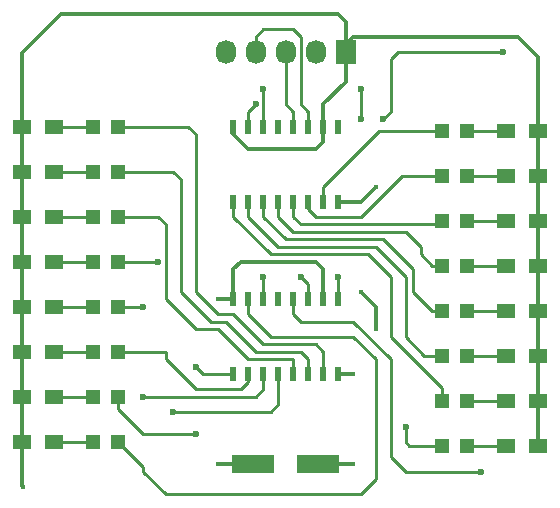
<source format=gtl>
G04 #@! TF.FileFunction,Copper,L1,Top,Signal*
%FSLAX46Y46*%
G04 Gerber Fmt 4.6, Leading zero omitted, Abs format (unit mm)*
G04 Created by KiCad (PCBNEW 4.0.2-stable) date Monday, September 05, 2016 'PMt' 06:21:07 PM*
%MOMM*%
G01*
G04 APERTURE LIST*
%ADD10C,0.100000*%
%ADD11R,3.599180X1.600200*%
%ADD12R,1.198880X1.198880*%
%ADD13R,1.727200X2.032000*%
%ADD14O,1.727200X2.032000*%
%ADD15R,1.500000X1.300000*%
%ADD16R,0.508000X1.143000*%
%ADD17C,0.400000*%
%ADD18C,0.600000*%
%ADD19C,0.380000*%
%ADD20C,0.250000*%
G04 APERTURE END LIST*
D10*
D11*
X133139180Y-107315000D03*
X138640820Y-107315000D03*
D12*
X119600980Y-105410000D03*
X121699020Y-105410000D03*
X119600980Y-101600000D03*
X121699020Y-101600000D03*
X119600980Y-97790000D03*
X121699020Y-97790000D03*
X119600980Y-93980000D03*
X121699020Y-93980000D03*
X119600980Y-90170000D03*
X121699020Y-90170000D03*
X119600980Y-86360000D03*
X121699020Y-86360000D03*
X119600980Y-82550000D03*
X121699020Y-82550000D03*
X119600980Y-78740000D03*
X121699020Y-78740000D03*
X151226520Y-105727500D03*
X149128480Y-105727500D03*
X151226520Y-101917500D03*
X149128480Y-101917500D03*
X151226520Y-98107500D03*
X149128480Y-98107500D03*
X151226520Y-94297500D03*
X149128480Y-94297500D03*
X151226520Y-90487500D03*
X149128480Y-90487500D03*
X151226520Y-86677500D03*
X149128480Y-86677500D03*
X151226520Y-82867500D03*
X149128480Y-82867500D03*
X151226520Y-79057500D03*
X149128480Y-79057500D03*
D13*
X140970000Y-72390000D03*
D14*
X138430000Y-72390000D03*
X135890000Y-72390000D03*
X133350000Y-72390000D03*
X130810000Y-72390000D03*
D15*
X116285000Y-105410000D03*
X113585000Y-105410000D03*
X116285000Y-101600000D03*
X113585000Y-101600000D03*
X116285000Y-97790000D03*
X113585000Y-97790000D03*
X116285000Y-93980000D03*
X113585000Y-93980000D03*
X116285000Y-90170000D03*
X113585000Y-90170000D03*
X116285000Y-86360000D03*
X113585000Y-86360000D03*
X116285000Y-82550000D03*
X113585000Y-82550000D03*
X116285000Y-78740000D03*
X113585000Y-78740000D03*
X154542500Y-105727500D03*
X157242500Y-105727500D03*
X154542500Y-101917500D03*
X157242500Y-101917500D03*
X154542500Y-98107500D03*
X157242500Y-98107500D03*
X154542500Y-94297500D03*
X157242500Y-94297500D03*
X154542500Y-90487500D03*
X157242500Y-90487500D03*
X154542500Y-86677500D03*
X157242500Y-86677500D03*
X154542500Y-82867500D03*
X157242500Y-82867500D03*
X154542500Y-79057500D03*
X157242500Y-79057500D03*
D16*
X131445000Y-93345000D03*
X133985000Y-93345000D03*
X135255000Y-93345000D03*
X136525000Y-93345000D03*
X137795000Y-93345000D03*
X139065000Y-93345000D03*
X140335000Y-93345000D03*
X140335000Y-99695000D03*
X139065000Y-99695000D03*
X137795000Y-99695000D03*
X136525000Y-99695000D03*
X135255000Y-99695000D03*
X133985000Y-99695000D03*
X132715000Y-99695000D03*
X131445000Y-99695000D03*
X132715000Y-93345000D03*
X131445000Y-78740000D03*
X133985000Y-78740000D03*
X135255000Y-78740000D03*
X136525000Y-78740000D03*
X137795000Y-78740000D03*
X139065000Y-78740000D03*
X140335000Y-78740000D03*
X140335000Y-85090000D03*
X139065000Y-85090000D03*
X137795000Y-85090000D03*
X136525000Y-85090000D03*
X135255000Y-85090000D03*
X133985000Y-85090000D03*
X132715000Y-85090000D03*
X131445000Y-85090000D03*
X132715000Y-78740000D03*
D17*
X113665000Y-109220000D03*
X130175000Y-107315000D03*
X130175000Y-93345000D03*
X143510000Y-95885000D03*
X142240000Y-92710000D03*
X143510000Y-83820000D03*
X141605000Y-107315000D03*
X141605000Y-99695000D03*
X141605000Y-85090000D03*
D18*
X128270000Y-104775000D03*
X128270000Y-99060000D03*
X123825000Y-93980000D03*
X123825000Y-101600000D03*
X125095000Y-90170000D03*
X126365000Y-102870000D03*
X146050000Y-104140000D03*
X133350000Y-76835000D03*
X152400000Y-107950000D03*
X154305000Y-72390000D03*
X144145000Y-78105000D03*
X137160000Y-91440000D03*
X133985000Y-91440000D03*
X133985000Y-75565000D03*
X142240000Y-75565000D03*
X142240000Y-78105000D03*
X140335000Y-91440000D03*
D19*
X113585000Y-109140000D02*
X113585000Y-105410000D01*
X113665000Y-109220000D02*
X113585000Y-109140000D01*
X131445000Y-93345000D02*
X130175000Y-93345000D01*
X130175000Y-107315000D02*
X133139180Y-107315000D01*
X139065000Y-93345000D02*
X139065000Y-90805000D01*
X131445000Y-90805000D02*
X131445000Y-93345000D01*
X132080000Y-90170000D02*
X131445000Y-90805000D01*
X138430000Y-90170000D02*
X132080000Y-90170000D01*
X139065000Y-90805000D02*
X138430000Y-90170000D01*
X139065000Y-78740000D02*
X139065000Y-80010000D01*
X131445000Y-79375000D02*
X131445000Y-78740000D01*
X132715000Y-80645000D02*
X131445000Y-79375000D01*
X138430000Y-80645000D02*
X132715000Y-80645000D01*
X139065000Y-80010000D02*
X138430000Y-80645000D01*
X140970000Y-72390000D02*
X140970000Y-69850000D01*
X113585000Y-72470000D02*
X113585000Y-78740000D01*
X116840000Y-69215000D02*
X113585000Y-72470000D01*
X140335000Y-69215000D02*
X116840000Y-69215000D01*
X140970000Y-69850000D02*
X140335000Y-69215000D01*
X140970000Y-72390000D02*
X140970000Y-71755000D01*
X140970000Y-71755000D02*
X141605000Y-71120000D01*
X157242500Y-72787500D02*
X157242500Y-79057500D01*
X155575000Y-71120000D02*
X157242500Y-72787500D01*
X141605000Y-71120000D02*
X155575000Y-71120000D01*
X113585000Y-101600000D02*
X113585000Y-105410000D01*
X113585000Y-97790000D02*
X113585000Y-101600000D01*
X113585000Y-93980000D02*
X113585000Y-97790000D01*
X113585000Y-90170000D02*
X113585000Y-93980000D01*
X113585000Y-86360000D02*
X113585000Y-90170000D01*
X113585000Y-82550000D02*
X113585000Y-86360000D01*
X113585000Y-78740000D02*
X113585000Y-82550000D01*
X157242500Y-94297500D02*
X157242500Y-98107500D01*
X157242500Y-101917500D02*
X157242500Y-105727500D01*
X157242500Y-98107500D02*
X157242500Y-101917500D01*
X157242500Y-90487500D02*
X157242500Y-94297500D01*
X157242500Y-86677500D02*
X157242500Y-90487500D01*
X157242500Y-82867500D02*
X157242500Y-86677500D01*
X157242500Y-79057500D02*
X157242500Y-82867500D01*
X140970000Y-72390000D02*
X140970000Y-74930000D01*
X139065000Y-76835000D02*
X139065000Y-78740000D01*
X140970000Y-74930000D02*
X139065000Y-76835000D01*
X141605000Y-85090000D02*
X142240000Y-85090000D01*
X143510000Y-93980000D02*
X143510000Y-95885000D01*
X142240000Y-92710000D02*
X143510000Y-93980000D01*
X142240000Y-85090000D02*
X143510000Y-83820000D01*
X138640820Y-107315000D02*
X141605000Y-107315000D01*
X141605000Y-99695000D02*
X140335000Y-99695000D01*
X141605000Y-85090000D02*
X140335000Y-85090000D01*
D20*
X119600980Y-105410000D02*
X116285000Y-105410000D01*
X132715000Y-93345000D02*
X132715000Y-94615000D01*
X123825000Y-107535980D02*
X121699020Y-105410000D01*
X123825000Y-107950000D02*
X123825000Y-107535980D01*
X125730000Y-109855000D02*
X123825000Y-107950000D01*
X142240000Y-109855000D02*
X125730000Y-109855000D01*
X143510000Y-108585000D02*
X142240000Y-109855000D01*
X143510000Y-98425000D02*
X143510000Y-108585000D01*
X141605000Y-96520000D02*
X143510000Y-98425000D01*
X134620000Y-96520000D02*
X141605000Y-96520000D01*
X132715000Y-94615000D02*
X134620000Y-96520000D01*
X119600980Y-101600000D02*
X116285000Y-101600000D01*
X131445000Y-99695000D02*
X128905000Y-99695000D01*
X121699020Y-102649020D02*
X121699020Y-101600000D01*
X123825000Y-104775000D02*
X121699020Y-102649020D01*
X128270000Y-104775000D02*
X123825000Y-104775000D01*
X128905000Y-99695000D02*
X128270000Y-99060000D01*
X119600980Y-97790000D02*
X116285000Y-97790000D01*
X132715000Y-99695000D02*
X132715000Y-100330000D01*
X125730000Y-97790000D02*
X121699020Y-97790000D01*
X125730000Y-98425000D02*
X125730000Y-97790000D01*
X128270000Y-100965000D02*
X125730000Y-98425000D01*
X132080000Y-100965000D02*
X128270000Y-100965000D01*
X132715000Y-100330000D02*
X132080000Y-100965000D01*
X119600980Y-93980000D02*
X116285000Y-93980000D01*
X133985000Y-99695000D02*
X133985000Y-100965000D01*
X123825000Y-93980000D02*
X121699020Y-93980000D01*
X133350000Y-101600000D02*
X123825000Y-101600000D01*
X133985000Y-100965000D02*
X133350000Y-101600000D01*
X119600980Y-90170000D02*
X116285000Y-90170000D01*
X135255000Y-99695000D02*
X135255000Y-102235000D01*
X125095000Y-90170000D02*
X121699020Y-90170000D01*
X134620000Y-102870000D02*
X126365000Y-102870000D01*
X135255000Y-102235000D02*
X134620000Y-102870000D01*
X119600980Y-86360000D02*
X116285000Y-86360000D01*
X136525000Y-99695000D02*
X136525000Y-98425000D01*
X125095000Y-86360000D02*
X121699020Y-86360000D01*
X125730000Y-86995000D02*
X125095000Y-86360000D01*
X125730000Y-93345000D02*
X125730000Y-86995000D01*
X128270000Y-95885000D02*
X125730000Y-93345000D01*
X130175000Y-95885000D02*
X128270000Y-95885000D01*
X132715000Y-98425000D02*
X130175000Y-95885000D01*
X136525000Y-98425000D02*
X132715000Y-98425000D01*
X119600980Y-82550000D02*
X116285000Y-82550000D01*
X137795000Y-99695000D02*
X137795000Y-98425000D01*
X126365000Y-82550000D02*
X121699020Y-82550000D01*
X127000000Y-83185000D02*
X126365000Y-82550000D01*
X127000000Y-92710000D02*
X127000000Y-83185000D01*
X129540000Y-95250000D02*
X127000000Y-92710000D01*
X130810000Y-95250000D02*
X129540000Y-95250000D01*
X133350000Y-97790000D02*
X130810000Y-95250000D01*
X137160000Y-97790000D02*
X133350000Y-97790000D01*
X137795000Y-98425000D02*
X137160000Y-97790000D01*
X119600980Y-78740000D02*
X116285000Y-78740000D01*
X139065000Y-99695000D02*
X139065000Y-97790000D01*
X127635000Y-78740000D02*
X121699020Y-78740000D01*
X128270000Y-79375000D02*
X127635000Y-78740000D01*
X128270000Y-92710000D02*
X128270000Y-79375000D01*
X130175000Y-94615000D02*
X128270000Y-92710000D01*
X131445000Y-94615000D02*
X130175000Y-94615000D01*
X133985000Y-97155000D02*
X131445000Y-94615000D01*
X138430000Y-97155000D02*
X133985000Y-97155000D01*
X139065000Y-97790000D02*
X138430000Y-97155000D01*
X154542500Y-105727500D02*
X151226520Y-105727500D01*
X132715000Y-78740000D02*
X132715000Y-77470000D01*
X146367500Y-105727500D02*
X149128480Y-105727500D01*
X146050000Y-105410000D02*
X146367500Y-105727500D01*
X146050000Y-104140000D02*
X146050000Y-105410000D01*
X132715000Y-77470000D02*
X133350000Y-76835000D01*
X154542500Y-101917500D02*
X151226520Y-101917500D01*
X149128480Y-101917500D02*
X149128480Y-100868480D01*
X131445000Y-86360000D02*
X131445000Y-85090000D01*
X134620000Y-89535000D02*
X131445000Y-86360000D01*
X142875000Y-89535000D02*
X134620000Y-89535000D01*
X144780000Y-91440000D02*
X142875000Y-89535000D01*
X144780000Y-96520000D02*
X144780000Y-91440000D01*
X149128480Y-100868480D02*
X144780000Y-96520000D01*
X154542500Y-98107500D02*
X151226520Y-98107500D01*
X132715000Y-85090000D02*
X132715000Y-86360000D01*
X147637500Y-98107500D02*
X149128480Y-98107500D01*
X146050000Y-96520000D02*
X147637500Y-98107500D01*
X146050000Y-91440000D02*
X146050000Y-96520000D01*
X143510000Y-88900000D02*
X146050000Y-91440000D01*
X135255000Y-88900000D02*
X143510000Y-88900000D01*
X132715000Y-86360000D02*
X135255000Y-88900000D01*
X154542500Y-94297500D02*
X151226520Y-94297500D01*
X133985000Y-85090000D02*
X133985000Y-86360000D01*
X148272500Y-94297500D02*
X149128480Y-94297500D01*
X146685000Y-92710000D02*
X148272500Y-94297500D01*
X146685000Y-90805000D02*
X146685000Y-92710000D01*
X144145000Y-88265000D02*
X146685000Y-90805000D01*
X135890000Y-88265000D02*
X144145000Y-88265000D01*
X133985000Y-86360000D02*
X135890000Y-88265000D01*
X154542500Y-90487500D02*
X151226520Y-90487500D01*
X135255000Y-85090000D02*
X135255000Y-86360000D01*
X148272500Y-90487500D02*
X149128480Y-90487500D01*
X147320000Y-89535000D02*
X148272500Y-90487500D01*
X147320000Y-88900000D02*
X147320000Y-89535000D01*
X146050000Y-87630000D02*
X147320000Y-88900000D01*
X136525000Y-87630000D02*
X146050000Y-87630000D01*
X135255000Y-86360000D02*
X136525000Y-87630000D01*
X154542500Y-86677500D02*
X151226520Y-86677500D01*
X136525000Y-85090000D02*
X136525000Y-86360000D01*
X137160000Y-86995000D02*
X148810980Y-86995000D01*
X136525000Y-86360000D02*
X137160000Y-86995000D01*
X148810980Y-86995000D02*
X149128480Y-86677500D01*
X154542500Y-82867500D02*
X151226520Y-82867500D01*
X137795000Y-85090000D02*
X137795000Y-85725000D01*
X145732500Y-82867500D02*
X149128480Y-82867500D01*
X142240000Y-86360000D02*
X145732500Y-82867500D01*
X138430000Y-86360000D02*
X142240000Y-86360000D01*
X137795000Y-85725000D02*
X138430000Y-86360000D01*
X154542500Y-79057500D02*
X151226520Y-79057500D01*
X139065000Y-85090000D02*
X139065000Y-83820000D01*
X143827500Y-79057500D02*
X149128480Y-79057500D01*
X139065000Y-83820000D02*
X143827500Y-79057500D01*
X136525000Y-94615000D02*
X136525000Y-93345000D01*
X137160000Y-95250000D02*
X136525000Y-94615000D01*
X141605000Y-95250000D02*
X137160000Y-95250000D01*
X144780000Y-98425000D02*
X141605000Y-95250000D01*
X144780000Y-106680000D02*
X144780000Y-98425000D01*
X146050000Y-107950000D02*
X144780000Y-106680000D01*
X152400000Y-107950000D02*
X146050000Y-107950000D01*
X135890000Y-72390000D02*
X135890000Y-76835000D01*
X136525000Y-77470000D02*
X136525000Y-78740000D01*
X135890000Y-76835000D02*
X136525000Y-77470000D01*
X137795000Y-93345000D02*
X137795000Y-92075000D01*
X145415000Y-72390000D02*
X154305000Y-72390000D01*
X144780000Y-73025000D02*
X145415000Y-72390000D01*
X144780000Y-77470000D02*
X144780000Y-73025000D01*
X144145000Y-78105000D02*
X144780000Y-77470000D01*
X137795000Y-92075000D02*
X137160000Y-91440000D01*
X133350000Y-72390000D02*
X133350000Y-71120000D01*
X137795000Y-77470000D02*
X137795000Y-78740000D01*
X137160000Y-76835000D02*
X137795000Y-77470000D01*
X137160000Y-71120000D02*
X137160000Y-76835000D01*
X136525000Y-70485000D02*
X137160000Y-71120000D01*
X133985000Y-70485000D02*
X136525000Y-70485000D01*
X133350000Y-71120000D02*
X133985000Y-70485000D01*
X133985000Y-93345000D02*
X133985000Y-91440000D01*
X140335000Y-93345000D02*
X140335000Y-91440000D01*
X133985000Y-75565000D02*
X133985000Y-78740000D01*
X142240000Y-78105000D02*
X142240000Y-75565000D01*
M02*

</source>
